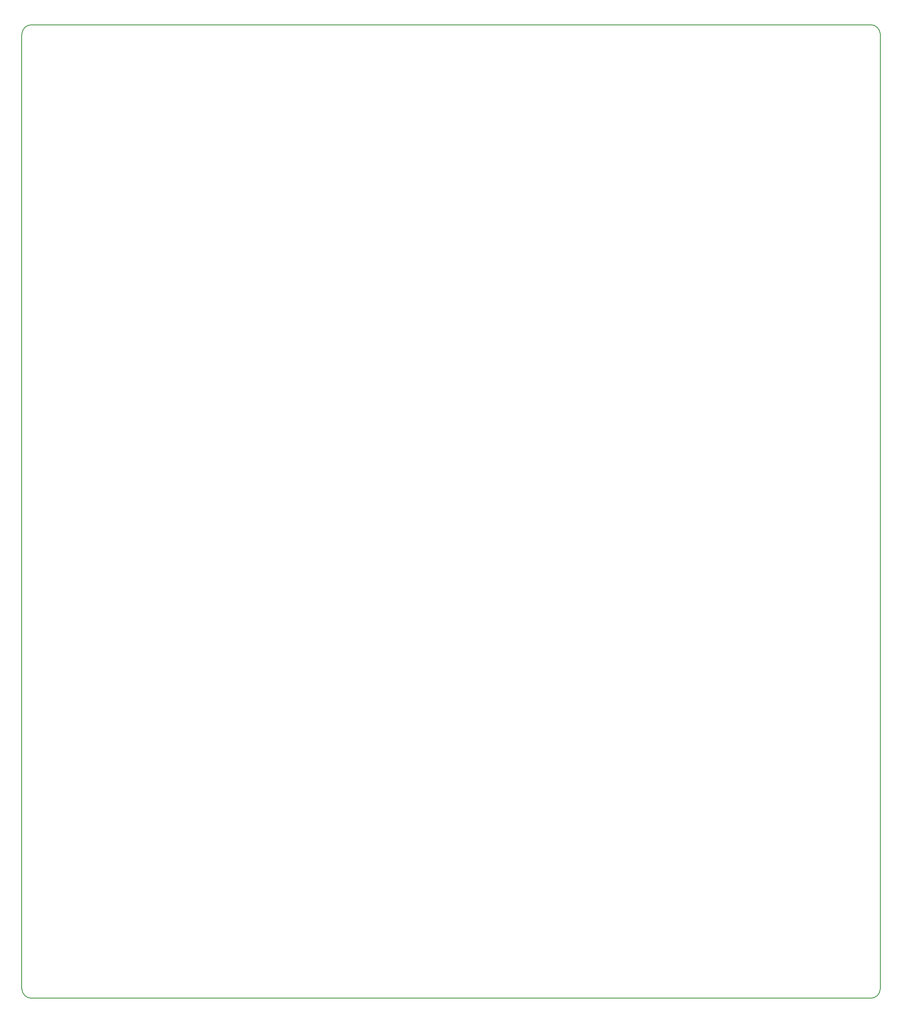
<source format=gm1>
%TF.GenerationSoftware,KiCad,Pcbnew,5.0.2-bee76a0~70~ubuntu18.10.1*%
%TF.CreationDate,2019-03-28T23:17:04+01:00*%
%TF.ProjectId,DesignData,44657369-676e-4446-9174-612e6b696361,rev?*%
%TF.SameCoordinates,PX73a20d0PYd2b6df0*%
%TF.FileFunction,Profile,NP*%
%FSLAX46Y46*%
G04 Gerber Fmt 4.6, Leading zero omitted, Abs format (unit mm)*
G04 Created by KiCad (PCBNEW 5.0.2-bee76a0~70~ubuntu18.10.1) date Do 28 Mär 2019 23:17:04 CET*
%MOMM*%
%LPD*%
G01*
G04 APERTURE LIST*
%ADD10C,0.150000*%
G04 APERTURE END LIST*
D10*
X178000000Y2000000D02*
G75*
G02X176000000Y0I-2000000J0D01*
G01*
X176000000Y202000000D02*
G75*
G02X178000000Y200000000I0J-2000000D01*
G01*
X0Y200000000D02*
G75*
G02X2000000Y202000000I2000000J0D01*
G01*
X2000000Y0D02*
G75*
G02X0Y2000000I0J2000000D01*
G01*
X0Y200000000D02*
X0Y2000000D01*
X176000000Y202000000D02*
X2000000Y202000000D01*
X178000000Y2000000D02*
X178000000Y200000000D01*
X2000000Y0D02*
X176000000Y0D01*
M02*

</source>
